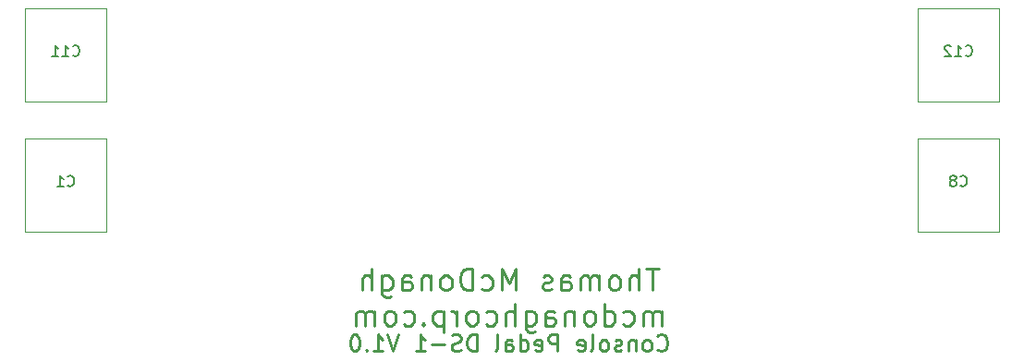
<source format=gbr>
G04 #@! TF.GenerationSoftware,KiCad,Pcbnew,(5.1.7)-1*
G04 #@! TF.CreationDate,2021-05-29T23:18:24-05:00*
G04 #@! TF.ProjectId,ConsolePedalDS1,436f6e73-6f6c-4655-9065-64616c445331,rev?*
G04 #@! TF.SameCoordinates,Original*
G04 #@! TF.FileFunction,Legend,Bot*
G04 #@! TF.FilePolarity,Positive*
%FSLAX46Y46*%
G04 Gerber Fmt 4.6, Leading zero omitted, Abs format (unit mm)*
G04 Created by KiCad (PCBNEW (5.1.7)-1) date 2021-05-29 23:18:24*
%MOMM*%
%LPD*%
G01*
G04 APERTURE LIST*
%ADD10C,0.250000*%
%ADD11C,0.120000*%
%ADD12C,0.150000*%
G04 APERTURE END LIST*
D10*
X145687142Y-121820714D02*
X145758571Y-121892142D01*
X145972857Y-121963571D01*
X146115714Y-121963571D01*
X146330000Y-121892142D01*
X146472857Y-121749285D01*
X146544285Y-121606428D01*
X146615714Y-121320714D01*
X146615714Y-121106428D01*
X146544285Y-120820714D01*
X146472857Y-120677857D01*
X146330000Y-120535000D01*
X146115714Y-120463571D01*
X145972857Y-120463571D01*
X145758571Y-120535000D01*
X145687142Y-120606428D01*
X144830000Y-121963571D02*
X144972857Y-121892142D01*
X145044285Y-121820714D01*
X145115714Y-121677857D01*
X145115714Y-121249285D01*
X145044285Y-121106428D01*
X144972857Y-121035000D01*
X144830000Y-120963571D01*
X144615714Y-120963571D01*
X144472857Y-121035000D01*
X144401428Y-121106428D01*
X144330000Y-121249285D01*
X144330000Y-121677857D01*
X144401428Y-121820714D01*
X144472857Y-121892142D01*
X144615714Y-121963571D01*
X144830000Y-121963571D01*
X143687142Y-120963571D02*
X143687142Y-121963571D01*
X143687142Y-121106428D02*
X143615714Y-121035000D01*
X143472857Y-120963571D01*
X143258571Y-120963571D01*
X143115714Y-121035000D01*
X143044285Y-121177857D01*
X143044285Y-121963571D01*
X142401428Y-121892142D02*
X142258571Y-121963571D01*
X141972857Y-121963571D01*
X141830000Y-121892142D01*
X141758571Y-121749285D01*
X141758571Y-121677857D01*
X141830000Y-121535000D01*
X141972857Y-121463571D01*
X142187142Y-121463571D01*
X142330000Y-121392142D01*
X142401428Y-121249285D01*
X142401428Y-121177857D01*
X142330000Y-121035000D01*
X142187142Y-120963571D01*
X141972857Y-120963571D01*
X141830000Y-121035000D01*
X140901428Y-121963571D02*
X141044285Y-121892142D01*
X141115714Y-121820714D01*
X141187142Y-121677857D01*
X141187142Y-121249285D01*
X141115714Y-121106428D01*
X141044285Y-121035000D01*
X140901428Y-120963571D01*
X140687142Y-120963571D01*
X140544285Y-121035000D01*
X140472857Y-121106428D01*
X140401428Y-121249285D01*
X140401428Y-121677857D01*
X140472857Y-121820714D01*
X140544285Y-121892142D01*
X140687142Y-121963571D01*
X140901428Y-121963571D01*
X139544285Y-121963571D02*
X139687142Y-121892142D01*
X139758571Y-121749285D01*
X139758571Y-120463571D01*
X138401428Y-121892142D02*
X138544285Y-121963571D01*
X138830000Y-121963571D01*
X138972857Y-121892142D01*
X139044285Y-121749285D01*
X139044285Y-121177857D01*
X138972857Y-121035000D01*
X138830000Y-120963571D01*
X138544285Y-120963571D01*
X138401428Y-121035000D01*
X138330000Y-121177857D01*
X138330000Y-121320714D01*
X139044285Y-121463571D01*
X136544285Y-121963571D02*
X136544285Y-120463571D01*
X135972857Y-120463571D01*
X135830000Y-120535000D01*
X135758571Y-120606428D01*
X135687142Y-120749285D01*
X135687142Y-120963571D01*
X135758571Y-121106428D01*
X135830000Y-121177857D01*
X135972857Y-121249285D01*
X136544285Y-121249285D01*
X134472857Y-121892142D02*
X134615714Y-121963571D01*
X134901428Y-121963571D01*
X135044285Y-121892142D01*
X135115714Y-121749285D01*
X135115714Y-121177857D01*
X135044285Y-121035000D01*
X134901428Y-120963571D01*
X134615714Y-120963571D01*
X134472857Y-121035000D01*
X134401428Y-121177857D01*
X134401428Y-121320714D01*
X135115714Y-121463571D01*
X133115714Y-121963571D02*
X133115714Y-120463571D01*
X133115714Y-121892142D02*
X133258571Y-121963571D01*
X133544285Y-121963571D01*
X133687142Y-121892142D01*
X133758571Y-121820714D01*
X133830000Y-121677857D01*
X133830000Y-121249285D01*
X133758571Y-121106428D01*
X133687142Y-121035000D01*
X133544285Y-120963571D01*
X133258571Y-120963571D01*
X133115714Y-121035000D01*
X131758571Y-121963571D02*
X131758571Y-121177857D01*
X131830000Y-121035000D01*
X131972857Y-120963571D01*
X132258571Y-120963571D01*
X132401428Y-121035000D01*
X131758571Y-121892142D02*
X131901428Y-121963571D01*
X132258571Y-121963571D01*
X132401428Y-121892142D01*
X132472857Y-121749285D01*
X132472857Y-121606428D01*
X132401428Y-121463571D01*
X132258571Y-121392142D01*
X131901428Y-121392142D01*
X131758571Y-121320714D01*
X130830000Y-121963571D02*
X130972857Y-121892142D01*
X131044285Y-121749285D01*
X131044285Y-120463571D01*
X129115714Y-121963571D02*
X129115714Y-120463571D01*
X128758571Y-120463571D01*
X128544285Y-120535000D01*
X128401428Y-120677857D01*
X128330000Y-120820714D01*
X128258571Y-121106428D01*
X128258571Y-121320714D01*
X128330000Y-121606428D01*
X128401428Y-121749285D01*
X128544285Y-121892142D01*
X128758571Y-121963571D01*
X129115714Y-121963571D01*
X127687142Y-121892142D02*
X127472857Y-121963571D01*
X127115714Y-121963571D01*
X126972857Y-121892142D01*
X126901428Y-121820714D01*
X126830000Y-121677857D01*
X126830000Y-121535000D01*
X126901428Y-121392142D01*
X126972857Y-121320714D01*
X127115714Y-121249285D01*
X127401428Y-121177857D01*
X127544285Y-121106428D01*
X127615714Y-121035000D01*
X127687142Y-120892142D01*
X127687142Y-120749285D01*
X127615714Y-120606428D01*
X127544285Y-120535000D01*
X127401428Y-120463571D01*
X127044285Y-120463571D01*
X126830000Y-120535000D01*
X126187142Y-121392142D02*
X125044285Y-121392142D01*
X123544285Y-121963571D02*
X124401428Y-121963571D01*
X123972857Y-121963571D02*
X123972857Y-120463571D01*
X124115714Y-120677857D01*
X124258571Y-120820714D01*
X124401428Y-120892142D01*
X121972857Y-120463571D02*
X121472857Y-121963571D01*
X120972857Y-120463571D01*
X119687142Y-121963571D02*
X120544285Y-121963571D01*
X120115714Y-121963571D02*
X120115714Y-120463571D01*
X120258571Y-120677857D01*
X120401428Y-120820714D01*
X120544285Y-120892142D01*
X119044285Y-121820714D02*
X118972857Y-121892142D01*
X119044285Y-121963571D01*
X119115714Y-121892142D01*
X119044285Y-121820714D01*
X119044285Y-121963571D01*
X118044285Y-120463571D02*
X117901428Y-120463571D01*
X117758571Y-120535000D01*
X117687142Y-120606428D01*
X117615714Y-120749285D01*
X117544285Y-121035000D01*
X117544285Y-121392142D01*
X117615714Y-121677857D01*
X117687142Y-121820714D01*
X117758571Y-121892142D01*
X117901428Y-121963571D01*
X118044285Y-121963571D01*
X118187142Y-121892142D01*
X118258571Y-121820714D01*
X118330000Y-121677857D01*
X118401428Y-121392142D01*
X118401428Y-121035000D01*
X118330000Y-120749285D01*
X118258571Y-120606428D01*
X118187142Y-120535000D01*
X118044285Y-120463571D01*
X145794285Y-114373761D02*
X144651428Y-114373761D01*
X145222857Y-116373761D02*
X145222857Y-114373761D01*
X143984761Y-116373761D02*
X143984761Y-114373761D01*
X143127619Y-116373761D02*
X143127619Y-115326142D01*
X143222857Y-115135666D01*
X143413333Y-115040428D01*
X143699047Y-115040428D01*
X143889523Y-115135666D01*
X143984761Y-115230904D01*
X141889523Y-116373761D02*
X142080000Y-116278523D01*
X142175238Y-116183285D01*
X142270476Y-115992809D01*
X142270476Y-115421380D01*
X142175238Y-115230904D01*
X142080000Y-115135666D01*
X141889523Y-115040428D01*
X141603809Y-115040428D01*
X141413333Y-115135666D01*
X141318095Y-115230904D01*
X141222857Y-115421380D01*
X141222857Y-115992809D01*
X141318095Y-116183285D01*
X141413333Y-116278523D01*
X141603809Y-116373761D01*
X141889523Y-116373761D01*
X140365714Y-116373761D02*
X140365714Y-115040428D01*
X140365714Y-115230904D02*
X140270476Y-115135666D01*
X140080000Y-115040428D01*
X139794285Y-115040428D01*
X139603809Y-115135666D01*
X139508571Y-115326142D01*
X139508571Y-116373761D01*
X139508571Y-115326142D02*
X139413333Y-115135666D01*
X139222857Y-115040428D01*
X138937142Y-115040428D01*
X138746666Y-115135666D01*
X138651428Y-115326142D01*
X138651428Y-116373761D01*
X136841904Y-116373761D02*
X136841904Y-115326142D01*
X136937142Y-115135666D01*
X137127619Y-115040428D01*
X137508571Y-115040428D01*
X137699047Y-115135666D01*
X136841904Y-116278523D02*
X137032380Y-116373761D01*
X137508571Y-116373761D01*
X137699047Y-116278523D01*
X137794285Y-116088047D01*
X137794285Y-115897571D01*
X137699047Y-115707095D01*
X137508571Y-115611857D01*
X137032380Y-115611857D01*
X136841904Y-115516619D01*
X135984761Y-116278523D02*
X135794285Y-116373761D01*
X135413333Y-116373761D01*
X135222857Y-116278523D01*
X135127619Y-116088047D01*
X135127619Y-115992809D01*
X135222857Y-115802333D01*
X135413333Y-115707095D01*
X135699047Y-115707095D01*
X135889523Y-115611857D01*
X135984761Y-115421380D01*
X135984761Y-115326142D01*
X135889523Y-115135666D01*
X135699047Y-115040428D01*
X135413333Y-115040428D01*
X135222857Y-115135666D01*
X132746666Y-116373761D02*
X132746666Y-114373761D01*
X132080000Y-115802333D01*
X131413333Y-114373761D01*
X131413333Y-116373761D01*
X129603809Y-116278523D02*
X129794285Y-116373761D01*
X130175238Y-116373761D01*
X130365714Y-116278523D01*
X130460952Y-116183285D01*
X130556190Y-115992809D01*
X130556190Y-115421380D01*
X130460952Y-115230904D01*
X130365714Y-115135666D01*
X130175238Y-115040428D01*
X129794285Y-115040428D01*
X129603809Y-115135666D01*
X128746666Y-116373761D02*
X128746666Y-114373761D01*
X128270476Y-114373761D01*
X127984761Y-114469000D01*
X127794285Y-114659476D01*
X127699047Y-114849952D01*
X127603809Y-115230904D01*
X127603809Y-115516619D01*
X127699047Y-115897571D01*
X127794285Y-116088047D01*
X127984761Y-116278523D01*
X128270476Y-116373761D01*
X128746666Y-116373761D01*
X126460952Y-116373761D02*
X126651428Y-116278523D01*
X126746666Y-116183285D01*
X126841904Y-115992809D01*
X126841904Y-115421380D01*
X126746666Y-115230904D01*
X126651428Y-115135666D01*
X126460952Y-115040428D01*
X126175238Y-115040428D01*
X125984761Y-115135666D01*
X125889523Y-115230904D01*
X125794285Y-115421380D01*
X125794285Y-115992809D01*
X125889523Y-116183285D01*
X125984761Y-116278523D01*
X126175238Y-116373761D01*
X126460952Y-116373761D01*
X124937142Y-115040428D02*
X124937142Y-116373761D01*
X124937142Y-115230904D02*
X124841904Y-115135666D01*
X124651428Y-115040428D01*
X124365714Y-115040428D01*
X124175238Y-115135666D01*
X124080000Y-115326142D01*
X124080000Y-116373761D01*
X122270476Y-116373761D02*
X122270476Y-115326142D01*
X122365714Y-115135666D01*
X122556190Y-115040428D01*
X122937142Y-115040428D01*
X123127619Y-115135666D01*
X122270476Y-116278523D02*
X122460952Y-116373761D01*
X122937142Y-116373761D01*
X123127619Y-116278523D01*
X123222857Y-116088047D01*
X123222857Y-115897571D01*
X123127619Y-115707095D01*
X122937142Y-115611857D01*
X122460952Y-115611857D01*
X122270476Y-115516619D01*
X120460952Y-115040428D02*
X120460952Y-116659476D01*
X120556190Y-116849952D01*
X120651428Y-116945190D01*
X120841904Y-117040428D01*
X121127619Y-117040428D01*
X121318095Y-116945190D01*
X120460952Y-116278523D02*
X120651428Y-116373761D01*
X121032380Y-116373761D01*
X121222857Y-116278523D01*
X121318095Y-116183285D01*
X121413333Y-115992809D01*
X121413333Y-115421380D01*
X121318095Y-115230904D01*
X121222857Y-115135666D01*
X121032380Y-115040428D01*
X120651428Y-115040428D01*
X120460952Y-115135666D01*
X119508571Y-116373761D02*
X119508571Y-114373761D01*
X118651428Y-116373761D02*
X118651428Y-115326142D01*
X118746666Y-115135666D01*
X118937142Y-115040428D01*
X119222857Y-115040428D01*
X119413333Y-115135666D01*
X119508571Y-115230904D01*
X146080000Y-119623761D02*
X146080000Y-118290428D01*
X146080000Y-118480904D02*
X145984761Y-118385666D01*
X145794285Y-118290428D01*
X145508571Y-118290428D01*
X145318095Y-118385666D01*
X145222857Y-118576142D01*
X145222857Y-119623761D01*
X145222857Y-118576142D02*
X145127619Y-118385666D01*
X144937142Y-118290428D01*
X144651428Y-118290428D01*
X144460952Y-118385666D01*
X144365714Y-118576142D01*
X144365714Y-119623761D01*
X142556190Y-119528523D02*
X142746666Y-119623761D01*
X143127619Y-119623761D01*
X143318095Y-119528523D01*
X143413333Y-119433285D01*
X143508571Y-119242809D01*
X143508571Y-118671380D01*
X143413333Y-118480904D01*
X143318095Y-118385666D01*
X143127619Y-118290428D01*
X142746666Y-118290428D01*
X142556190Y-118385666D01*
X140841904Y-119623761D02*
X140841904Y-117623761D01*
X140841904Y-119528523D02*
X141032380Y-119623761D01*
X141413333Y-119623761D01*
X141603809Y-119528523D01*
X141699047Y-119433285D01*
X141794285Y-119242809D01*
X141794285Y-118671380D01*
X141699047Y-118480904D01*
X141603809Y-118385666D01*
X141413333Y-118290428D01*
X141032380Y-118290428D01*
X140841904Y-118385666D01*
X139603809Y-119623761D02*
X139794285Y-119528523D01*
X139889523Y-119433285D01*
X139984761Y-119242809D01*
X139984761Y-118671380D01*
X139889523Y-118480904D01*
X139794285Y-118385666D01*
X139603809Y-118290428D01*
X139318095Y-118290428D01*
X139127619Y-118385666D01*
X139032380Y-118480904D01*
X138937142Y-118671380D01*
X138937142Y-119242809D01*
X139032380Y-119433285D01*
X139127619Y-119528523D01*
X139318095Y-119623761D01*
X139603809Y-119623761D01*
X138080000Y-118290428D02*
X138080000Y-119623761D01*
X138080000Y-118480904D02*
X137984761Y-118385666D01*
X137794285Y-118290428D01*
X137508571Y-118290428D01*
X137318095Y-118385666D01*
X137222857Y-118576142D01*
X137222857Y-119623761D01*
X135413333Y-119623761D02*
X135413333Y-118576142D01*
X135508571Y-118385666D01*
X135699047Y-118290428D01*
X136080000Y-118290428D01*
X136270476Y-118385666D01*
X135413333Y-119528523D02*
X135603809Y-119623761D01*
X136080000Y-119623761D01*
X136270476Y-119528523D01*
X136365714Y-119338047D01*
X136365714Y-119147571D01*
X136270476Y-118957095D01*
X136080000Y-118861857D01*
X135603809Y-118861857D01*
X135413333Y-118766619D01*
X133603809Y-118290428D02*
X133603809Y-119909476D01*
X133699047Y-120099952D01*
X133794285Y-120195190D01*
X133984761Y-120290428D01*
X134270476Y-120290428D01*
X134460952Y-120195190D01*
X133603809Y-119528523D02*
X133794285Y-119623761D01*
X134175238Y-119623761D01*
X134365714Y-119528523D01*
X134460952Y-119433285D01*
X134556190Y-119242809D01*
X134556190Y-118671380D01*
X134460952Y-118480904D01*
X134365714Y-118385666D01*
X134175238Y-118290428D01*
X133794285Y-118290428D01*
X133603809Y-118385666D01*
X132651428Y-119623761D02*
X132651428Y-117623761D01*
X131794285Y-119623761D02*
X131794285Y-118576142D01*
X131889523Y-118385666D01*
X132080000Y-118290428D01*
X132365714Y-118290428D01*
X132556190Y-118385666D01*
X132651428Y-118480904D01*
X129984761Y-119528523D02*
X130175238Y-119623761D01*
X130556190Y-119623761D01*
X130746666Y-119528523D01*
X130841904Y-119433285D01*
X130937142Y-119242809D01*
X130937142Y-118671380D01*
X130841904Y-118480904D01*
X130746666Y-118385666D01*
X130556190Y-118290428D01*
X130175238Y-118290428D01*
X129984761Y-118385666D01*
X128841904Y-119623761D02*
X129032380Y-119528523D01*
X129127619Y-119433285D01*
X129222857Y-119242809D01*
X129222857Y-118671380D01*
X129127619Y-118480904D01*
X129032380Y-118385666D01*
X128841904Y-118290428D01*
X128556190Y-118290428D01*
X128365714Y-118385666D01*
X128270476Y-118480904D01*
X128175238Y-118671380D01*
X128175238Y-119242809D01*
X128270476Y-119433285D01*
X128365714Y-119528523D01*
X128556190Y-119623761D01*
X128841904Y-119623761D01*
X127318095Y-119623761D02*
X127318095Y-118290428D01*
X127318095Y-118671380D02*
X127222857Y-118480904D01*
X127127619Y-118385666D01*
X126937142Y-118290428D01*
X126746666Y-118290428D01*
X126080000Y-118290428D02*
X126080000Y-120290428D01*
X126080000Y-118385666D02*
X125889523Y-118290428D01*
X125508571Y-118290428D01*
X125318095Y-118385666D01*
X125222857Y-118480904D01*
X125127619Y-118671380D01*
X125127619Y-119242809D01*
X125222857Y-119433285D01*
X125318095Y-119528523D01*
X125508571Y-119623761D01*
X125889523Y-119623761D01*
X126080000Y-119528523D01*
X124270476Y-119433285D02*
X124175238Y-119528523D01*
X124270476Y-119623761D01*
X124365714Y-119528523D01*
X124270476Y-119433285D01*
X124270476Y-119623761D01*
X122460952Y-119528523D02*
X122651428Y-119623761D01*
X123032380Y-119623761D01*
X123222857Y-119528523D01*
X123318095Y-119433285D01*
X123413333Y-119242809D01*
X123413333Y-118671380D01*
X123318095Y-118480904D01*
X123222857Y-118385666D01*
X123032380Y-118290428D01*
X122651428Y-118290428D01*
X122460952Y-118385666D01*
X121318095Y-119623761D02*
X121508571Y-119528523D01*
X121603809Y-119433285D01*
X121699047Y-119242809D01*
X121699047Y-118671380D01*
X121603809Y-118480904D01*
X121508571Y-118385666D01*
X121318095Y-118290428D01*
X121032380Y-118290428D01*
X120841904Y-118385666D01*
X120746666Y-118480904D01*
X120651428Y-118671380D01*
X120651428Y-119242809D01*
X120746666Y-119433285D01*
X120841904Y-119528523D01*
X121032380Y-119623761D01*
X121318095Y-119623761D01*
X119794285Y-119623761D02*
X119794285Y-118290428D01*
X119794285Y-118480904D02*
X119699047Y-118385666D01*
X119508571Y-118290428D01*
X119222857Y-118290428D01*
X119032380Y-118385666D01*
X118937142Y-118576142D01*
X118937142Y-119623761D01*
X118937142Y-118576142D02*
X118841904Y-118385666D01*
X118651428Y-118290428D01*
X118365714Y-118290428D01*
X118175238Y-118385666D01*
X118080000Y-118576142D01*
X118080000Y-119623761D01*
D11*
G04 #@! TO.C,C1*
X95200000Y-102516000D02*
X87760000Y-102516000D01*
X95200000Y-111006000D02*
X87760000Y-111006000D01*
X95200000Y-102516000D02*
X95200000Y-111006000D01*
X87760000Y-102516000D02*
X87760000Y-111006000D01*
G04 #@! TO.C,C8*
X169548000Y-102516000D02*
X169548000Y-111006000D01*
X176988000Y-102516000D02*
X176988000Y-111006000D01*
X176988000Y-111006000D02*
X169548000Y-111006000D01*
X176988000Y-102516000D02*
X169548000Y-102516000D01*
G04 #@! TO.C,C11*
X95200000Y-90578000D02*
X87760000Y-90578000D01*
X95200000Y-99068000D02*
X87760000Y-99068000D01*
X95200000Y-90578000D02*
X95200000Y-99068000D01*
X87760000Y-90578000D02*
X87760000Y-99068000D01*
G04 #@! TO.C,C12*
X169548000Y-90578000D02*
X169548000Y-99068000D01*
X176988000Y-90578000D02*
X176988000Y-99068000D01*
X176988000Y-99068000D02*
X169548000Y-99068000D01*
X176988000Y-90578000D02*
X169548000Y-90578000D01*
G04 #@! TO.C,C1*
D12*
X91646666Y-106783142D02*
X91694285Y-106830761D01*
X91837142Y-106878380D01*
X91932380Y-106878380D01*
X92075238Y-106830761D01*
X92170476Y-106735523D01*
X92218095Y-106640285D01*
X92265714Y-106449809D01*
X92265714Y-106306952D01*
X92218095Y-106116476D01*
X92170476Y-106021238D01*
X92075238Y-105926000D01*
X91932380Y-105878380D01*
X91837142Y-105878380D01*
X91694285Y-105926000D01*
X91646666Y-105973619D01*
X90694285Y-106878380D02*
X91265714Y-106878380D01*
X90980000Y-106878380D02*
X90980000Y-105878380D01*
X91075238Y-106021238D01*
X91170476Y-106116476D01*
X91265714Y-106164095D01*
G04 #@! TO.C,C8*
X173434666Y-106783142D02*
X173482285Y-106830761D01*
X173625142Y-106878380D01*
X173720380Y-106878380D01*
X173863238Y-106830761D01*
X173958476Y-106735523D01*
X174006095Y-106640285D01*
X174053714Y-106449809D01*
X174053714Y-106306952D01*
X174006095Y-106116476D01*
X173958476Y-106021238D01*
X173863238Y-105926000D01*
X173720380Y-105878380D01*
X173625142Y-105878380D01*
X173482285Y-105926000D01*
X173434666Y-105973619D01*
X172863238Y-106306952D02*
X172958476Y-106259333D01*
X173006095Y-106211714D01*
X173053714Y-106116476D01*
X173053714Y-106068857D01*
X173006095Y-105973619D01*
X172958476Y-105926000D01*
X172863238Y-105878380D01*
X172672761Y-105878380D01*
X172577523Y-105926000D01*
X172529904Y-105973619D01*
X172482285Y-106068857D01*
X172482285Y-106116476D01*
X172529904Y-106211714D01*
X172577523Y-106259333D01*
X172672761Y-106306952D01*
X172863238Y-106306952D01*
X172958476Y-106354571D01*
X173006095Y-106402190D01*
X173053714Y-106497428D01*
X173053714Y-106687904D01*
X173006095Y-106783142D01*
X172958476Y-106830761D01*
X172863238Y-106878380D01*
X172672761Y-106878380D01*
X172577523Y-106830761D01*
X172529904Y-106783142D01*
X172482285Y-106687904D01*
X172482285Y-106497428D01*
X172529904Y-106402190D01*
X172577523Y-106354571D01*
X172672761Y-106306952D01*
G04 #@! TO.C,C11*
X92122857Y-94845142D02*
X92170476Y-94892761D01*
X92313333Y-94940380D01*
X92408571Y-94940380D01*
X92551428Y-94892761D01*
X92646666Y-94797523D01*
X92694285Y-94702285D01*
X92741904Y-94511809D01*
X92741904Y-94368952D01*
X92694285Y-94178476D01*
X92646666Y-94083238D01*
X92551428Y-93988000D01*
X92408571Y-93940380D01*
X92313333Y-93940380D01*
X92170476Y-93988000D01*
X92122857Y-94035619D01*
X91170476Y-94940380D02*
X91741904Y-94940380D01*
X91456190Y-94940380D02*
X91456190Y-93940380D01*
X91551428Y-94083238D01*
X91646666Y-94178476D01*
X91741904Y-94226095D01*
X90218095Y-94940380D02*
X90789523Y-94940380D01*
X90503809Y-94940380D02*
X90503809Y-93940380D01*
X90599047Y-94083238D01*
X90694285Y-94178476D01*
X90789523Y-94226095D01*
G04 #@! TO.C,C12*
X173910857Y-94845142D02*
X173958476Y-94892761D01*
X174101333Y-94940380D01*
X174196571Y-94940380D01*
X174339428Y-94892761D01*
X174434666Y-94797523D01*
X174482285Y-94702285D01*
X174529904Y-94511809D01*
X174529904Y-94368952D01*
X174482285Y-94178476D01*
X174434666Y-94083238D01*
X174339428Y-93988000D01*
X174196571Y-93940380D01*
X174101333Y-93940380D01*
X173958476Y-93988000D01*
X173910857Y-94035619D01*
X172958476Y-94940380D02*
X173529904Y-94940380D01*
X173244190Y-94940380D02*
X173244190Y-93940380D01*
X173339428Y-94083238D01*
X173434666Y-94178476D01*
X173529904Y-94226095D01*
X172577523Y-94035619D02*
X172529904Y-93988000D01*
X172434666Y-93940380D01*
X172196571Y-93940380D01*
X172101333Y-93988000D01*
X172053714Y-94035619D01*
X172006095Y-94130857D01*
X172006095Y-94226095D01*
X172053714Y-94368952D01*
X172625142Y-94940380D01*
X172006095Y-94940380D01*
G04 #@! TD*
M02*

</source>
